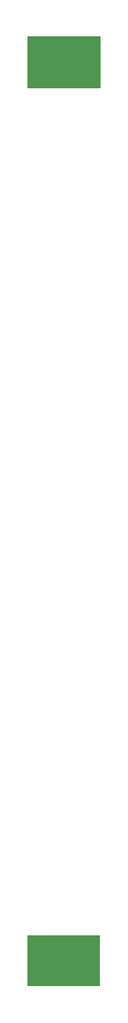
<source format=gbs>
G04 Layer: BottomSolderMaskLayer*
G04 EasyEDA v6.5.29, 2023-07-18 11:26:45*
G04 e3057a6fe77f40bfb2b90adb3356c286,5a6b42c53f6a479593ecc07194224c93,10*
G04 Gerber Generator version 0.2*
G04 Scale: 100 percent, Rotated: No, Reflected: No *
G04 Dimensions in millimeters *
G04 leading zeros omitted , absolute positions ,4 integer and 5 decimal *
%FSLAX45Y45*%
%MOMM*%

%ADD10O,6.6032126X3.4031936000000003*%

%LPD*%
D10*
G01*
X508000Y12585700D03*
G01*
X508000Y330200D03*
G36*
X0Y12852400D02*
G01*
X990600Y12852400D01*
X990600Y12153900D01*
X0Y12153900D01*
G37*
G36*
X0Y698500D02*
G01*
X980008Y698500D01*
X980008Y12700D01*
X0Y12700D01*
G37*
M02*

</source>
